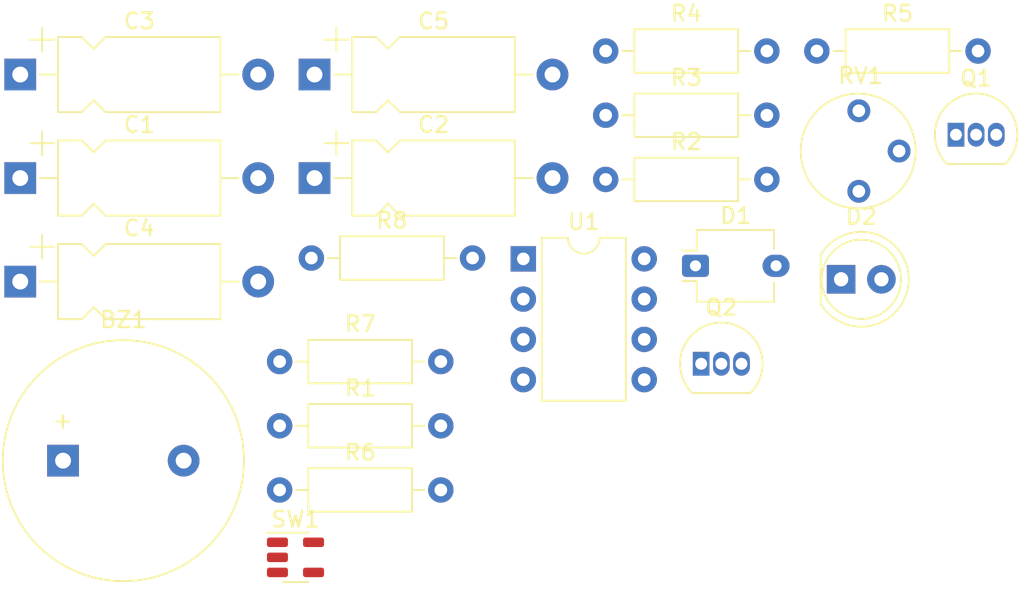
<source format=kicad_pcb>
(kicad_pcb (version 20211014) (generator pcbnew)
  (title_block (title "gammaray2usb") (date "2021-12-27") (rev "0.2x") (company "Fort Sand, Inc."))
  (layers (0 "F.Cu" signal) (31 "B.Cu" signal) (34 "B.Paste" user) (35 "F.Paste" user) (36 "B.SilkS" user "B.Silkscreen") (37 "F.SilkS" user "F.Silkscreen") (38 "B.Mask" user) (39 "F.Mask" user) (44 "Edge.Cuts" user))
  (net 0 "")
  (net 1 "Net-(BZ1-Pad1)")
  (net 2 "GND")
  (net 3 "Net-(C1-Pad1)")
  (net 4 "Net-(C2-Pad1)")
  (net 5 "+9V")
  (net 6 "Net-(C4-Pad1)")
  (net 7 "Net-(C5-Pad1)")
  (net 8 "Net-(D1-Pad2)")
  (net 9 "Net-(D2-Pad2)")
  (net 10 "Net-(Q1-Pad3)")
  (net 11 "Net-(Q2-Pad1)")
  (net 12 "Net-(R5-Pad1)")
  (net 13 "Net-(R6-Pad2)")
  (net 14 "Net-(R7-Pad1)")
  (net 15 "GNDREF")
  (footprint "Resistor_THT:R_Axial_DIN0207_L6.3mm_D2.5mm_P10.16mm_Horizontal" (layer "F.Cu") (at 172.534167 92.71017)
    (fp_text reference "R2" (at 5.08 -2.37) (layer "F.SilkS"))
    (fp_text value "1.5M")
    (fp_line (start 1.81 1.37) (end 8.35 1.37) (layer "F.SilkS") (width 0.12))
    (fp_line (start 1.04 0) (end 1.81 0) (layer "F.SilkS") (width 0.12))
    (fp_line (start 1.81 -1.37) (end 1.81 1.37) (layer "F.SilkS") (width 0.12))
    (fp_line (start 9.12 0) (end 8.35 0) (layer "F.SilkS") (width 0.12))
    (fp_line (start 8.35 1.37) (end 8.35 -1.37) (layer "F.SilkS") (width 0.12))
    (fp_line (start 8.35 -1.37) (end 1.81 -1.37) (layer "F.SilkS") (width 0.12))
    (pad "1" thru_hole circle locked (at 0 0) (size 1.6 1.6) (drill 0.8) (layers *.Cu *.Mask) (net 3 "Net-(C1-Pad1)"))
    (pad "2" thru_hole oval locked (at 10.16 0) (size 1.6 1.6) (drill 0.8) (layers *.Cu *.Mask) (net 11 "Net-(Q2-Pad1)"))
  )
  (footprint "Package_DIP:DIP-8_W7.62mm" (layer "F.Cu") (at 167.344167 97.72017)
    (fp_text reference "U1" (at 3.81 -2.33) (layer "F.SilkS"))
    (fp_text value "LM358")
    (fp_line (start 2.81 -1.33) (end 1.16 -1.33) (layer "F.SilkS") (width 0.12))
    (fp_line (start 6.46 8.95) (end 6.46 -1.33) (layer "F.SilkS") (width 0.12))
    (fp_line (start 6.46 -1.33) (end 4.81 -1.33) (layer "F.SilkS") (width 0.12))
    (fp_line (start 1.16 8.95) (end 6.46 8.95) (layer "F.SilkS") (width 0.12))
    (fp_line (start 1.16 -1.33) (end 1.16 8.95) (layer "F.SilkS") (width 0.12))
    (fp_arc (start 4.81 -1.33) (mid 3.81 -0.33) (end 2.81 -1.33) (layer "F.SilkS") (width 0.12))
    (pad "1" thru_hole rect locked (at 0 0) (size 1.6 1.6) (drill 0.8) (layers *.Cu *.Mask) (net 13 "Net-(R6-Pad2)"))
    (pad "2" thru_hole oval locked (at 0 2.54) (size 1.6 1.6) (drill 0.8) (layers *.Cu *.Mask) (net 12 "Net-(R5-Pad1)"))
    (pad "3" thru_hole oval locked (at 0 5.08) (size 1.6 1.6) (drill 0.8) (layers *.Cu *.Mask) (net 10 "Net-(Q1-Pad3)"))
    (pad "4" thru_hole oval locked (at 0 7.62) (size 1.6 1.6) (drill 0.8) (layers *.Cu *.Mask))
    (pad "5" thru_hole oval locked (at 7.62 7.62) (size 1.6 1.6) (drill 0.8) (layers *.Cu *.Mask))
    (pad "6" thru_hole oval locked (at 7.62 5.08) (size 1.6 1.6) (drill 0.8) (layers *.Cu *.Mask))
    (pad "7" thru_hole oval locked (at 7.62 2.54) (size 1.6 1.6) (drill 0.8) (layers *.Cu *.Mask))
    (pad "8" thru_hole oval locked (at 7.62 0) (size 1.6 1.6) (drill 0.8) (layers *.Cu *.Mask))
  )
  (footprint "Capacitor_THT:CP_Axial_L10.0mm_D4.5mm_P15.00mm_Horizontal" (layer "F.Cu") (at 154.184167 92.62517)
    (fp_text reference "C2" (at 7.5 -3.37) (layer "F.SilkS"))
    (fp_text value "100 uF")
    (fp_line (start 2.38 2.37) (end 3.88 2.37) (layer "F.SilkS") (width 0.12))
    (fp_line (start 5.38 -2.37) (end 12.62 -2.37) (layer "F.SilkS") (width 0.12))
    (fp_line (start 1.24 0) (end 2.38 0) (layer "F.SilkS") (width 0.12))
    (fp_line (start 0.63 -2.2) (end 2.13 -2.2) (layer "F.SilkS") (width 0.12))
    (fp_line (start 1.38 -2.95) (end 1.38 -1.45) (layer "F.SilkS") (width 0.12))
    (fp_line (start 2.38 -2.37) (end 3.88 -2.37) (layer "F.SilkS") (width 0.12))
    (fp_line (start 4.63 1.62) (end 5.38 2.37) (layer "F.SilkS") (width 0.12))
    (fp_line (start 3.88 -2.37) (end 4.63 -1.62) (layer "F.SilkS") (width 0.12))
    (fp_line (start 4.63 -1.62) (end 5.38 -2.37) (layer "F.SilkS") (width 0.12))
    (fp_line (start 12.62 -2.37) (end 12.62 2.37) (layer "F.SilkS") (width 0.12))
    (fp_line (start 13.76 0) (end 12.62 0) (layer "F.SilkS") (width 0.12))
    (fp_line (start 2.38 -2.37) (end 2.38 2.37) (layer "F.SilkS") (width 0.12))
    (fp_line (start 3.88 2.37) (end 4.63 1.62) (layer "F.SilkS") (width 0.12))
    (fp_line (start 5.38 2.37) (end 12.62 2.37) (layer "F.SilkS") (width 0.12))
    (pad "1" thru_hole rect locked (at 0 0) (size 2 2) (drill 1) (layers *.Cu *.Mask) (net 4 "Net-(C2-Pad1)"))
    (pad "2" thru_hole oval locked (at 15 0) (size 2 2) (drill 1) (layers *.Cu *.Mask) (net 2 "GND"))
  )
  (footprint "Resistor_THT:R_Axial_DIN0207_L6.3mm_D2.5mm_P10.16mm_Horizontal" (layer "F.Cu") (at 185.844167 84.61017)
    (fp_text reference "R5" (at 5.08 -2.37) (layer "F.SilkS"))
    (fp_text value "1k")
    (fp_line (start 1.81 -1.37) (end 1.81 1.37) (layer "F.SilkS") (width 0.12))
    (fp_line (start 8.35 1.37) (end 8.35 -1.37) (layer "F.SilkS") (width 0.12))
    (fp_line (start 9.12 0) (end 8.35 0) (layer "F.SilkS") (width 0.12))
    (fp_line (start 1.81 1.37) (end 8.35 1.37) (layer "F.SilkS") (width 0.12))
    (fp_line (start 1.04 0) (end 1.81 0) (layer "F.SilkS") (width 0.12))
    (fp_line (start 8.35 -1.37) (end 1.81 -1.37) (layer "F.SilkS") (width 0.12))
    (pad "1" thru_hole circle locked (at 0 0) (size 1.6 1.6) (drill 0.8) (layers *.Cu *.Mask) (net 12 "Net-(R5-Pad1)"))
    (pad "2" thru_hole oval locked (at 10.16 0) (size 1.6 1.6) (drill 0.8) (layers *.Cu *.Mask) (net 6 "Net-(C4-Pad1)"))
  )
  (footprint "Package_TO_SOT_THT:TO-92_Inline" (layer "F.Cu") (at 194.614167 89.89017)
    (fp_text reference "Q1" (at 1.27 -3.56) (layer "F.SilkS"))
    (fp_text value "2N7000")
    (fp_line (start -0.53 1.85) (end 3.07 1.85) (layer "F.SilkS") (width 0.12))
    (fp_arc (start 1.27 -2.6) (mid 3.672087 -0.994977) (end 3.108478 1.838478) (layer "F.SilkS") (width 0.12))
    (fp_arc (start -0.568478 1.838478) (mid -1.132087 -0.994977) (end 1.27 -2.6) (layer "F.SilkS") (width 0.12))
    (pad "1" thru_hole rect locked (at 0 0) (size 1.05 1.5) (drill 0.75) (layers *.Cu *.Mask) (net 2 "GND"))
    (pad "2" thru_hole oval locked (at 1.27 0) (size 1.05 1.5) (drill 0.75) (layers *.Cu *.Mask) (net 8 "Net-(D1-Pad2)"))
    (pad "3" thru_hole oval locked (at 2.54 0) (size 1.05 1.5) (drill 0.75) (layers *.Cu *.Mask) (net 10 "Net-(Q1-Pad3)"))
  )
  (footprint "Resistor_THT:R_Axial_DIN0207_L6.3mm_D2.5mm_P10.16mm_Horizontal" (layer "F.Cu") (at 151.984167 108.25017)
    (fp_text reference "R1" (at 5.08 -2.37) (layer "F.SilkS"))
    (fp_text value "10M")
    (fp_line (start 1.81 -1.37) (end 1.81 1.37) (layer "F.SilkS") (width 0.12))
    (fp_line (start 8.35 -1.37) (end 1.81 -1.37) (layer "F.SilkS") (width 0.12))
    (fp_line (start 1.81 1.37) (end 8.35 1.37) (layer "F.SilkS") (width 0.12))
    (fp_line (start 1.04 0) (end 1.81 0) (layer "F.SilkS") (width 0.12))
    (fp_line (start 9.12 0) (end 8.35 0) (layer "F.SilkS") (width 0.12))
    (fp_line (start 8.35 1.37) (end 8.35 -1.37) (layer "F.SilkS") (width 0.12))
    (pad "1" thru_hole circle locked (at 0 0) (size 1.6 1.6) (drill 0.8) (layers *.Cu *.Mask) (net 8 "Net-(D1-Pad2)"))
    (pad "2" thru_hole oval locked (at 10.16 0) (size 1.6 1.6) (drill 0.8) (layers *.Cu *.Mask) (net 2 "GND"))
  )
  (footprint "Resistor_THT:R_Axial_DIN0207_L6.3mm_D2.5mm_P10.16mm_Horizontal" (layer "F.Cu") (at 172.534167 84.61017)
    (fp_text reference "R4" (at 5.08 -2.37) (layer "F.SilkS"))
    (fp_text value "150k")
    (fp_line (start 1.81 -1.37) (end 1.81 1.37) (layer "F.SilkS") (width 0.12))
    (fp_line (start 8.35 1.37) (end 8.35 -1.37) (layer "F.SilkS") (width 0.12))
    (fp_line (start 9.12 0) (end 8.35 0) (layer "F.SilkS") (width 0.12))
    (fp_line (start 1.04 0) (end 1.81 0) (layer "F.SilkS") (width 0.12))
    (fp_line (start 8.35 -1.37) (end 1.81 -1.37) (layer "F.SilkS") (width 0.12))
    (fp_line (start 1.81 1.37) (end 8.35 1.37) (layer "F.SilkS") (width 0.12))
    (pad "1" thru_hole circle locked (at 0 0) (size 1.6 1.6) (drill 0.8) (layers *.Cu *.Mask) (net 5 "+9V"))
    (pad "2" thru_hole oval locked (at 10.16 0) (size 1.6 1.6) (drill 0.8) (layers *.Cu *.Mask) (net 4 "Net-(C2-Pad1)"))
  )
  (footprint "Capacitor_THT:CP_Axial_L10.0mm_D4.5mm_P15.00mm_Horizontal" (layer "F.Cu") (at 154.184167 86.09517)
    (fp_text reference "C5" (at 7.5 -3.37) (layer "F.SilkS"))
    (fp_text value "0.01µF")
    (fp_line (start 12.62 -2.37) (end 12.62 2.37) (layer "F.SilkS") (width 0.12))
    (fp_line (start 1.38 -2.95) (end 1.38 -1.45) (layer "F.SilkS") (width 0.12))
    (fp_line (start 0.63 -2.2) (end 2.13 -2.2) (layer "F.SilkS") (width 0.12))
    (fp_line (start 5.38 2.37) (end 12.62 2.37) (layer "F.SilkS") (width 0.12))
    (fp_line (start 2.38 2.37) (end 3.88 2.37) (layer "F.SilkS") (width 0.12))
    (fp_line (start 2.38 -2.37) (end 2.38 2.37) (layer "F.SilkS") (width 0.12))
    (fp_line (start 4.63 -1.62) (end 5.38 -2.37) (layer "F.SilkS") (width 0.12))
    (fp_line (start 5.38 -2.37) (end 12.62 -2.37) (layer "F.SilkS") (width 0.12))
    (fp_line (start 4.63 1.62) (end 5.38 2.37) (layer "F.SilkS") (width 0.12))
    (fp_line (start 1.24 0) (end 2.38 0) (layer "F.SilkS") (width 0.12))
    (fp_line (start 13.76 0) (end 12.62 0) (layer "F.SilkS") (width 0.12))
    (fp_line (start 3.88 -2.37) (end 4.63 -1.62) (layer "F.SilkS") (width 0.12))
    (fp_line (start 2.38 -2.37) (end 3.88 -2.37) (layer "F.SilkS") (width 0.12))
    (fp_line (start 3.88 2.37) (end 4.63 1.62) (layer "F.SilkS") (width 0.12))
    (pad "1" thru_hole rect locked (at 0 0) (size 2 2) (drill 1) (layers *.Cu *.Mask) (net 7 "Net-(C5-Pad1)"))
    (pad "2" thru_hole oval locked (at 15 0) (size 2 2) (drill 1) (layers *.Cu *.Mask) (net 1 "Net-(BZ1-Pad1)"))
  )
  (footprint "Package_TO_SOT_SMD:SOT-23-5" (layer "F.Cu") (at 152.984167 116.55017)
    (fp_text reference "SW1" (at 0 -2.4) (layer "F.SilkS"))
    (fp_text value "TS5A3166DBVR")
    (fp_line (start 0 1.56) (end -0.8 1.56) (layer "F.SilkS") (width 0.12))
    (fp_line (start 0 -1.56) (end -1.8 -1.56) (layer "F.SilkS") (width 0.12))
    (fp_line (start 0 -1.56) (end 0.8 -1.56) (layer "F.SilkS") (width 0.12))
    (fp_line (start 0 1.56) (end 0.8 1.56) (layer "F.SilkS") (width 0.12))
    (pad "1" smd roundrect locked (at -1.1375 -0.95) (size 1.325 0.6) (layers "F.Cu" "F.Paste" "F.Mask") (net 13 "Net-(R6-Pad2)"))
    (pad "2" smd roundrect locked (at -1.1375 0) (size 1.325 0.6) (layers "F.Cu" "F.Paste" "F.Mask") (net 1 "Net-(BZ1-Pad1)"))
    (pad "3" smd roundrect locked (at -1.1375 0.95) (size 1.325 0.6) (layers "F.Cu" "F.Paste" "F.Mask") (net 15 "GNDREF"))
    (pad "4" smd roundrect locked (at 1.1375 0.95) (size 1.325 0.6) (layers "F.Cu" "F.Paste" "F.Mask"))
    (pad "5" smd roundrect locked (at 1.1375 -0.95) (size 1.325 0.6) (layers "F.Cu" "F.Paste" "F.Mask") (net 7 "Net-(C5-Pad1)"))
  )
  (footprint "Potentiometer_THT:Potentiometer_Vishay_T7-YA_Single_Vertical" (layer "F.Cu") (at 188.490167 93.46017)
    (fp_text reference "RV1" (at 0.11 -7.29) (layer "F.SilkS"))
    (fp_text value "250kΩ")
    (fp_circle (center -0.041 -2.54) (end 3.579 -2.54) (layer "F.SilkS") (width 0.12) (fill none))
    (pad "1" thru_hole circle locked (at 0 0) (size 1.44 1.44) (drill 0.8) (layers *.Cu *.Mask) (net 5 "+9V"))
    (pad "2" thru_hole circle locked (at 2.54 -2.54) (size 1.44 1.44) (drill 0.8) (layers *.Cu *.Mask) (net 14 "Net-(R7-Pad1)"))
    (pad "3" thru_hole circle locked (at 0 -5.08) (size 1.44 1.44) (drill 0.8) (layers *.Cu *.Mask) (net 2 "GND"))
  )
  (footprint "Resistor_THT:R_Axial_DIN0207_L6.3mm_D2.5mm_P10.16mm_Horizontal" (layer "F.Cu") (at 172.534167 88.66017)
    (fp_text reference "R3" (at 5.08 -2.37) (layer "F.SilkS"))
    (fp_text value "56k")
    (fp_line (start 8.35 1.37) (end 8.35 -1.37) (layer "F.SilkS") (width 0.12))
    (fp_line (start 1.04 0) (end 1.81 0) (layer "F.SilkS") (width 0.12))
    (fp_line (start 9.12 0) (end 8.35 0) (layer "F.SilkS") (width 0.12))
    (fp_line (start 1.81 -1.37) (end 1.81 1.37) (layer "F.SilkS") (width 0.12))
    (fp_line (start 8.35 -1.37) (end 1.81 -1.37) (layer "F.SilkS") (width 0.12))
    (fp_line (start 1.81 1.37) (end 8.35 1.37) (layer "F.SilkS") (width 0.12))
    (pad "1" thru_hole circle locked (at 0 0) (size 1.6 1.6) (drill 0.8) (layers *.Cu *.Mask) (net 11 "Net-(Q2-Pad1)"))
    (pad "2" thru_hole oval locked (at 10.16 0) (size 1.6 1.6) (drill 0.8) (layers *.Cu *.Mask) (net 10 "Net-(Q1-Pad3)"))
  )
  (footprint "Capacitor_THT:CP_Axial_L10.0mm_D4.5mm_P15.00mm_Horizontal" (layer "F.Cu") (at 135.634167 99.15517)
    (fp_text reference "C4" (at 7.5 -3.37) (layer "F.SilkS"))
    (fp_text value "20nF")
    (fp_line (start 2.38 -2.37) (end 2.38 2.37) (layer "F.SilkS") (width 0.12))
    (fp_line (start 0.63 -2.2) (end 2.13 -2.2) (layer "F.SilkS") (width 0.12))
    (fp_line (start 3.88 -2.37) (end 4.63 -1.62) (layer "F.SilkS") (width 0.12))
    (fp_line (start 1.38 -2.95) (end 1.38 -1.45) (layer "F.SilkS") (width 0.12))
    (fp_line (start 2.38 -2.37) (end 3.88 -2.37) (layer "F.SilkS") (width 0.12))
    (fp_line (start 5.38 -2.37) (end 12.62 -2.37) (layer "F.SilkS") (width 0.12))
    (fp_line (start 3.88 2.37) (end 4.63 1.62) (layer "F.SilkS") (width 0.12))
    (fp_line (start 13.76 0) (end 12.62 0) (layer "F.SilkS") (width 0.12))
    (fp_line (start 2.38 2.37) (end 3.88 2.37) (layer "F.SilkS") (width 0.12))
    (fp_line (start 5.38 2.37) (end 12.62 2.37) (layer "F.SilkS") (width 0.12))
    (fp_line (start 1.24 0) (end 2.38 0) (layer "F.SilkS") (width 0.12))
    (fp_line (start 12.62 -2.37) (end 12.62 2.37) (layer "F.SilkS") (width 0.12))
    (fp_line (start 4.63 1.62) (end 5.38 2.37) (layer "F.SilkS") (width 0.12))
    (fp_line (start 4.63 -1.62) (end 5.38 -2.37) (layer "F.SilkS") (width 0.12))
    (pad "1" thru_hole rect locked (at 0 0) (size 2 2) (drill 1) (layers *.Cu *.Mask) (net 6 "Net-(C4-Pad1)"))
    (pad "2" thru_hole oval locked (at 15 0) (size 2 2) (drill 1) (layers *.Cu *.Mask) (net 2 "GND"))
  )
  (footprint "Resistor_THT:R_Axial_DIN0207_L6.3mm_D2.5mm_P10.16mm_Horizontal" (layer "F.Cu") (at 153.984167 97.67017)
    (fp_text reference "R8" (at 5.08 -2.37) (layer "F.SilkS"))
    (fp_text value "1k")
    (fp_line (start 8.35 1.37) (end 8.35 -1.37) (layer "F.SilkS") (width 0.12))
    (fp_line (start 1.81 -1.37) (end 1.81 1.37) (layer "F.SilkS") (width 0.12))
    (fp_line (start 8.35 -1.37) (end 1.81 -1.37) (layer "F.SilkS") (width 0.12))
    (fp_line (start 1.04 0) (end 1.81 0) (layer "F.SilkS") (width 0.12))
    (fp_line (start 1.81 1.37) (end 8.35 1.37) (layer "F.SilkS") (width 0.12))
    (fp_line (start 9.12 0) (end 8.35 0) (layer "F.SilkS") (width 0.12))
    (pad "1" thru_hole circle locked (at 0 0) (size 1.6 1.6) (drill 0.8) (layers *.Cu *.Mask) (net 9 "Net-(D2-Pad2)"))
    (pad "2" thru_hole oval locked (at 10.16 0) (size 1.6 1.6) (drill 0.8) (layers *.Cu *.Mask) (net 1 "Net-(BZ1-Pad1)"))
  )
  (footprint "OptoDevice:Osram_DIL2_4.3x4.65mm_P5.08mm" (layer "F.Cu") (at 178.194167 98.16017)
    (fp_text reference "D1" (at 2.54 -3.17) (layer "F.SilkS"))
    (fp_text value "BPW34")
    (fp_line (start 0.08 -2.26) (end 0.08 -0.96) (layer "F.SilkS") (width 0.12))
    (fp_line (start 4.95 1.06) (end 4.95 2.26) (layer "F.SilkS") (width 0.12))
    (fp_line (start 4.95 2.26) (end 0.08 2.26) (layer "F.SilkS") (width 0.12))
    (fp_line (start 4.95 -2.26) (end 4.95 -1.06) (layer "F.SilkS") (width 0.12))
    (fp_line (start 0.08 -2.26) (end 4.95 -2.26) (layer "F.SilkS") (width 0.12))
    (fp_line (start 0.08 0.96) (end 0.08 2.26) (layer "F.SilkS") (width 0.12))
    (fp_line (start 0.08 0.96) (end -0.84 0.96) (layer "F.SilkS") (width 0.12))
    (fp_line (start 0.08 -0.96) (end -0.84 -0.96) (layer "F.SilkS") (width 0.12))
    (pad "1" thru_hole roundrect locked (at 0 0) (size 1.7 1.4) (drill 0.7) (layers *.Cu *.Mask) (roundrect_rratio 0.178) (net 3 "Net-(C1-Pad1)"))
    (pad "2" thru_hole oval locked (at 5.08 0) (size 1.7 1.4) (drill 0.7) (layers *.Cu *.Mask) (net 8 "Net-(D1-Pad2)"))
  )
  (footprint "Buzzer_Beeper:Buzzer_15x7.5RM7.6" (layer "F.Cu") (at 138.334167 110.45017)
    (fp_text reference "BZ1" (at 3.81 -8.89) (layer "F.SilkS"))
    (fp_text value "Buzzer")
    (fp_text user "+" (at -0.01 -2.54) (layer "F.SilkS"))
    (fp_circle (center 3.8 0) (end 11.4 0) (layer "F.SilkS") (width 0.12) (fill none))
    (pad "1" thru_hole rect locked (at 0 0) (size 2 2) (drill 1) (layers *.Cu *.Mask) (net 1 "Net-(BZ1-Pad1)"))
    (pad "2" thru_hole circle locked (at 7.6 0) (size 2 2) (drill 1) (layers *.Cu *.Mask) (net 2 "GND"))
  )
  (footprint "Capacitor_THT:CP_Axial_L10.0mm_D4.5mm_P15.00mm_Horizontal" (layer "F.Cu") (at 135.634167 92.62517)
    (fp_text reference "C1" (at 7.5 -3.37) (layer "F.SilkS"))
    (fp_text value "0.1µF")
    (fp_line (start 3.88 2.37) (end 4.63 1.62) (layer "F.SilkS") (width 0.12))
    (fp_line (start 1.24 0) (end 2.38 0) (layer "F.SilkS") (width 0.12))
    (fp_line (start 3.88 -2.37) (end 4.63 -1.62) (layer "F.SilkS") (width 0.12))
    (fp_line (start 2.38 2.37) (end 3.88 2.37) (layer "F.SilkS") (width 0.12))
    (fp_line (start 1.38 -2.95) (end 1.38 -1.45) (layer "F.SilkS") (width 0.12))
    (fp_line (start 12.62 -2.37) (end 12.62 2.37) (layer "F.SilkS") (width 0.12))
    (fp_line (start 5.38 2.37) (end 12.62 2.37) (layer "F.SilkS") (width 0.12))
    (fp_line (start 4.63 -1.62) (end 5.38 -2.37) (layer "F.SilkS") (width 0.12))
    (fp_line (start 0.63 -2.2) (end 2.13 -2.2) (layer "F.SilkS") (width 0.12))
    (fp_line (start 2.38 -2.37) (end 2.38 2.37) (layer "F.SilkS") (width 0.12))
    (fp_line (start 5.38 -2.37) (end 12.62 -2.37) (layer "F.SilkS") (width 0.12))
    (fp_line (start 13.76 0) (end 12.62 0) (layer "F.SilkS") (width 0.12))
    (fp_line (start 4.63 1.62) (end 5.38 2.37) (layer "F.SilkS") (width 0.12))
    (fp_line (start 2.38 -2.37) (end 3.88 -2.37) (layer "F.SilkS") (width 0.12))
    (pad "1" thru_hole rect locked (at 0 0) (size 2 2) (drill 1) (layers *.Cu *.Mask) (net 3 "Net-(C1-Pad1)"))
    (pad "2" thru_hole oval locked (at 15 0) (size 2 2) (drill 1) (layers *.Cu *.Mask) (net 2 "GND"))
  )
  (footprint "Resistor_THT:R_Axial_DIN0207_L6.3mm_D2.5mm_P10.16mm_Horizontal" (layer "F.Cu") (at 151.984167 112.30017)
    (fp_text reference "R6" (at 5.08 -2.37) (layer "F.SilkS"))
    (fp_text value "1.5M")
    (fp_line (start 1.04 0) (end 1.81 0) (layer "F.SilkS") (width 0.12))
    (fp_line (start 8.35 1.37) (end 8.35 -1.37) (layer "F.SilkS") (width 0.12))
    (fp_line (start 1.81 -1.37) (end 1.81 1.37) (layer "F.SilkS") (width 0.12))
    (fp_line (start 8.35 -1.37) (end 1.81 -1.37) (layer "F.SilkS") (width 0.12))
    (fp_line (start 1.81 1.37) (end 8.35 1.37) (layer "F.SilkS") (width 0.12))
    (fp_line (start 9.12 0) (end 8.35 0) (layer "F.SilkS") (width 0.12))
    (pad "1" thru_hole circle locked (at 0 0) (size 1.6 1.6) (drill 0.8) (layers *.Cu *.Mask) (net 12 "Net-(R5-Pad1)"))
    (pad "2" thru_hole oval locked (at 10.16 0) (size 1.6 1.6) (drill 0.8) (layers *.Cu *.Mask) (net 13 "Net-(R6-Pad2)"))
  )
  (footprint "Package_TO_SOT_THT:TO-92_Inline" (layer "F.Cu") (at 178.554167 104.34017)
    (fp_text reference "Q2" (at 1.27 -3.56) (layer "F.SilkS"))
    (fp_text value "2N3904")
    (fp_line (start -0.53 1.85) (end 3.07 1.85) (layer "F.SilkS") (width 0.12))
    (fp_arc (start -0.568478 1.838478) (mid -1.132087 -0.994977) (end 1.27 -2.6) (layer "F.SilkS") (width 0.12))
    (fp_arc (start 1.27 -2.6) (mid 3.672087 -0.994977) (end 3.108478 1.838478) (layer "F.SilkS") (width 0.12))
    (pad "1" thru_hole rect locked (at 0 0) (size 1.05 1.5) (drill 0.75) (layers *.Cu *.Mask) (net 11 "Net-(Q2-Pad1)"))
    (pad "2" thru_hole oval locked (at 1.27 0) (size 1.05 1.5) (drill 0.75) (layers *.Cu *.Mask) (net 4 "Net-(C2-Pad1)"))
    (pad "3" thru_hole oval locked (at 2.54 0) (size 1.05 1.5) (drill 0.75) (layers *.Cu *.Mask) (net 5 "+9V"))
  )
  (footprint "Capacitor_THT:CP_Axial_L10.0mm_D4.5mm_P15.00mm_Horizontal" (layer "F.Cu") (at 135.634167 86.09517)
    (fp_text reference "C3" (at 7.5 -3.37) (layer "F.SilkS"))
    (fp_text value "0.1µF")
    (fp_line (start 12.62 -2.37) (end 12.62 2.37) (layer "F.SilkS") (width 0.12))
    (fp_line (start 13.76 0) (end 12.62 0) (layer "F.SilkS") (width 0.12))
    (fp_line (start 1.24 0) (end 2.38 0) (layer "F.SilkS") (width 0.12))
    (fp_line (start 4.63 1.62) (end 5.38 2.37) (layer "F.SilkS") (width 0.12))
    (fp_line (start 3.88 2.37) (end 4.63 1.62) (layer "F.SilkS") (width 0.12))
    (fp_line (start 2.38 -2.37) (end 2.38 2.37) (layer "F.SilkS") (width 0.12))
    (fp_line (start 3.88 -2.37) (end 4.63 -1.62) (layer "F.SilkS") (width 0.12))
    (fp_line (start 2.38 -2.37) (end 3.88 -2.37) (layer "F.SilkS") (width 0.12))
    (fp_line (start 5.38 -2.37) (end 12.62 -2.37) (layer "F.SilkS") (width 0.12))
    (fp_line (start 4.63 -1.62) (end 5.38 -2.37) (layer "F.SilkS") (width 0.12))
    (fp_line (start 5.38 2.37) (end 12.62 2.37) (layer "F.SilkS") (width 0.12))
    (fp_line (start 0.63 -2.2) (end 2.13 -2.2) (layer "F.SilkS") (width 0.12))
    (fp_line (start 2.38 2.37) (end 3.88 2.37) (layer "F.SilkS") (width 0.12))
    (fp_line (start 1.38 -2.95) (end 1.38 -1.45) (layer "F.SilkS") (width 0.12))
    (pad "1" thru_hole rect locked (at 0 0) (size 2 2) (drill 1) (layers *.Cu *.Mask) (net 5 "+9V"))
    (pad "2" thru_hole oval locked (at 15 0) (size 2 2) (drill 1) (layers *.Cu *.Mask) (net 2 "GND"))
  )
  (footprint "LED_THT:LED_D5.0mm" (layer "F.Cu") (at 187.374167 99.01017)
    (fp_text reference "D2" (at 1.27 -3.96) (layer "F.SilkS"))
    (fp_text value "LED")
    (fp_line (start -1.29 -1.545) (end -1.29 1.545) (layer "F.SilkS") (width 0.12))
    (fp_arc (start -1.29 -1.54483) (mid 2.072002 -2.880433) (end 4.26 0.000462) (layer "F.SilkS") (width 0.12))
    (fp_arc (start 4.26 -0.000462) (mid 2.072002 2.880433) (end -1.29 1.54483) (layer "F.SilkS") (width 0.12))
    (fp_circle (center 1.27 0) (end 3.77 0) (layer "F.SilkS") (width 0.12) (fill none))
    (pad "1" thru_hole rect locked (at 0 0) (size 1.8 1.8) (drill 0.9) (layers *.Cu *.Mask) (net 2 "GND"))
    (pad "2" thru_hole circle locked (at 2.54 0) (size 1.8 1.8) (drill 0.9) (layers *.Cu *.Mask) (net 9 "Net-(D2-Pad2)"))
  )
  (footprint "Resistor_THT:R_Axial_DIN0207_L6.3mm_D2.5mm_P10.16mm_Horizontal" (layer "F.Cu") (at 151.984167 104.20017)
    (fp_text reference "R7" (at 5.08 -2.37) (layer "F.SilkS"))
    (fp_text value "1k")
    (fp_line (start 1.81 -1.37) (end 1.81 1.37) (layer "F.SilkS") (width 0.12))
    (fp_line (start 1.04 0) (end 1.81 0) (layer "F.SilkS") (width 0.12))
    (fp_line (start 1.81 1.37) (end 8.35 1.37) (layer "F.SilkS") (width 0.12))
    (fp_line (start 8.35 -1.37) (end 1.81 -1.37) (layer "F.SilkS") (width 0.12))
    (fp_line (start 8.35 1.37) (end 8.35 -1.37) (layer "F.SilkS") (width 0.12))
    (fp_line (start 9.12 0) (end 8.35 0) (layer "F.SilkS") (width 0.12))
    (pad "1" thru_hole circle locked (at 0 0) (size 1.6 1.6) (drill 0.8) (layers *.Cu *.Mask) (net 14 "Net-(R7-Pad1)"))
    (pad "2" thru_hole oval locked (at 10.16 0) (size 1.6 1.6) (drill 0.8) (layers *.Cu *.Mask) (net 7 "Net-(C5-Pad1)"))
  )
)
</source>
